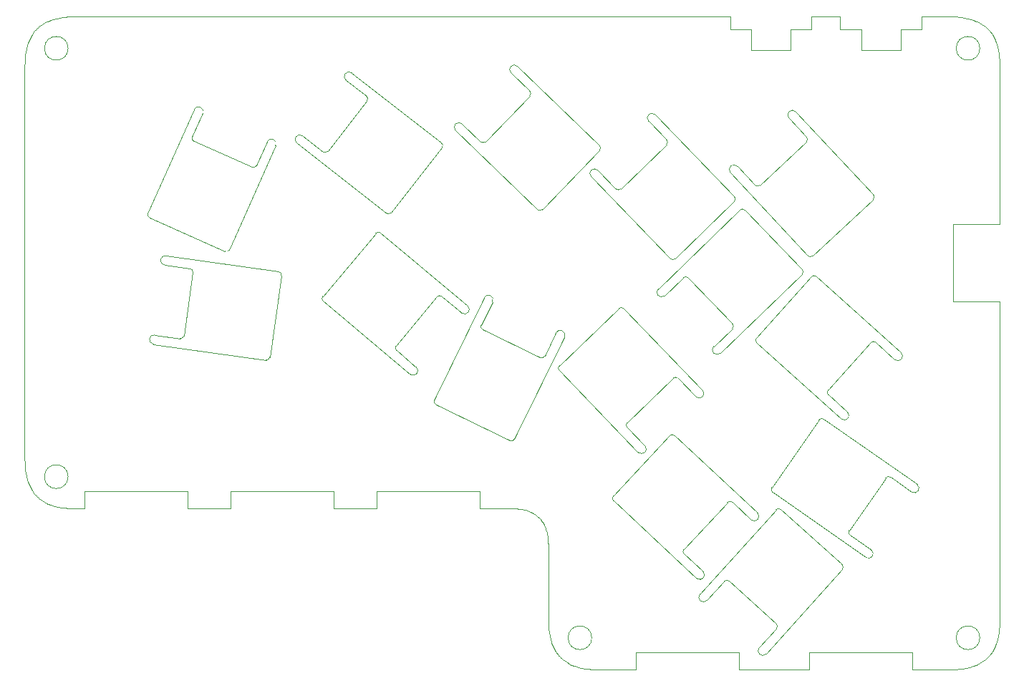
<source format=gm1>
G04 #@! TF.GenerationSoftware,KiCad,Pcbnew,(6.0.11-0)*
G04 #@! TF.CreationDate,2023-02-16T18:45:01+08:00*
G04 #@! TF.ProjectId,Left,4c656674-2e6b-4696-9361-645f70636258,rev?*
G04 #@! TF.SameCoordinates,Original*
G04 #@! TF.FileFunction,Profile,NP*
%FSLAX46Y46*%
G04 Gerber Fmt 4.6, Leading zero omitted, Abs format (unit mm)*
G04 Created by KiCad (PCBNEW (6.0.11-0)) date 2023-02-16 18:45:01*
%MOMM*%
%LPD*%
G01*
G04 APERTURE LIST*
G04 #@! TA.AperFunction,Profile*
%ADD10C,0.030000*%
G04 #@! TD*
G04 #@! TA.AperFunction,Profile*
%ADD11C,0.038100*%
G04 #@! TD*
G04 #@! TA.AperFunction,Profile*
%ADD12C,0.000100*%
G04 #@! TD*
G04 #@! TA.AperFunction,Profile*
%ADD13C,0.010000*%
G04 #@! TD*
G04 APERTURE END LIST*
D10*
X157415188Y-142836031D02*
X157352505Y-142773532D01*
D11*
X154722416Y-126173440D02*
X154812500Y-126263524D01*
X155625731Y-127593169D02*
X155702500Y-127843169D01*
D10*
X96609992Y-124543535D02*
X96134355Y-124276944D01*
D11*
X179925952Y-68513525D02*
X179925953Y-68763525D01*
D10*
X209204953Y-139736878D02*
X209095633Y-140335086D01*
D12*
X206949957Y-140463525D02*
G75*
G03*
X206949957Y-140463525I-1400000J0D01*
G01*
D10*
X95314990Y-123598159D02*
X95377505Y-123660846D01*
X94886582Y-123029182D02*
X95196890Y-123465877D01*
X94022162Y-119945704D02*
X94069718Y-120478701D01*
D11*
X200065951Y-67013522D02*
X200065951Y-68513522D01*
D10*
X159220537Y-143864229D02*
X159130388Y-143833749D01*
X207165599Y-67900108D02*
X207602292Y-68210411D01*
X94619998Y-69623527D02*
X94886581Y-69147876D01*
D11*
X177425952Y-67013525D02*
X177425952Y-68513525D01*
X155912500Y-129443524D02*
X155912500Y-129563524D01*
D10*
X208679956Y-141603521D02*
X208413370Y-142079174D01*
X94094991Y-120686885D02*
X94204318Y-121285094D01*
X159130388Y-143833749D02*
X159040251Y-143803262D01*
X204719208Y-67095878D02*
X204823300Y-67108518D01*
X161130331Y-144191364D02*
X160597329Y-144143817D01*
X209204955Y-71490173D02*
X209095632Y-70891964D01*
X101078001Y-125163524D02*
X101078001Y-123163524D01*
D11*
X155415803Y-127095254D02*
X155472912Y-127215681D01*
D10*
X155912509Y-138213521D02*
X155934664Y-138995702D01*
D11*
X118356002Y-123163524D02*
X130556002Y-123163524D01*
D10*
X96777879Y-124617815D02*
X96609992Y-124543535D01*
X94094995Y-71490177D02*
X94204317Y-70891965D01*
D11*
X154812500Y-126263524D02*
X154902584Y-126353608D01*
X153980770Y-125660221D02*
X154132500Y-125743524D01*
D10*
X130556002Y-125163524D02*
X130556002Y-123163524D01*
D11*
X155577876Y-127464638D02*
X155625731Y-127593169D01*
D10*
X158690377Y-143667809D02*
X158522505Y-143593526D01*
D11*
X152016059Y-125176185D02*
X152176061Y-125188866D01*
X190425951Y-68513522D02*
X192925951Y-68513522D01*
D10*
X209230235Y-71698357D02*
X209217595Y-71594265D01*
D12*
X99150000Y-70763524D02*
G75*
G03*
X99150000Y-70763524I-1400000J0D01*
G01*
D10*
X204615116Y-144143805D02*
X204719204Y-144131172D01*
X97308025Y-67362824D02*
X97217885Y-67393302D01*
D11*
X101078001Y-123163524D02*
X113278001Y-123163524D01*
D10*
X208950661Y-140905495D02*
X208920170Y-140995634D01*
X204082118Y-144191361D02*
X204615116Y-144143805D01*
X98476647Y-125068535D02*
X97878441Y-124959216D01*
X98580747Y-125081177D02*
X98476647Y-125068535D01*
D11*
X113278001Y-125163524D02*
X118356001Y-125163524D01*
X155332500Y-126943524D02*
X155252500Y-126813524D01*
D10*
X207797260Y-68391021D02*
X207859949Y-68453524D01*
X207984956Y-68578902D02*
X207922452Y-68516213D01*
D11*
X192925951Y-68513522D02*
X192925952Y-68763522D01*
D10*
X97127742Y-67423784D02*
X96777867Y-67559241D01*
X155994857Y-139632789D02*
X156007500Y-139736872D01*
D11*
X152176061Y-125188866D02*
X152488236Y-125222781D01*
X154627728Y-126087959D02*
X154452500Y-125953524D01*
D10*
X147834003Y-125163524D02*
X147834003Y-123163524D01*
D11*
X187065952Y-67013525D02*
X187065952Y-68513525D01*
X154317088Y-125859849D02*
X154452500Y-125953524D01*
D10*
X94069709Y-71698355D02*
X94082351Y-71594267D01*
X158046852Y-143326942D02*
X157610160Y-143016642D01*
X95314991Y-68578905D02*
X95377494Y-68516212D01*
X95502695Y-123786031D02*
X95440002Y-123723527D01*
X207984955Y-142648150D02*
X207922453Y-142710834D01*
D11*
X155853243Y-128587788D02*
X155832007Y-128435617D01*
X166241499Y-142213524D02*
X178441499Y-142213524D01*
D10*
X209277786Y-138995694D02*
X209230238Y-139528688D01*
X207668433Y-142957586D02*
X207734568Y-142898530D01*
X208103062Y-68711181D02*
X208044009Y-68645041D01*
X97217885Y-67393302D02*
X97127742Y-67423784D01*
D11*
X153232855Y-125373524D02*
X153482855Y-125450293D01*
D10*
X205991919Y-67362820D02*
X206082062Y-67393301D01*
X95631520Y-123907595D02*
X95565379Y-123848537D01*
X94349293Y-121855500D02*
X94379775Y-121945645D01*
X205421507Y-144009210D02*
X205991922Y-143864227D01*
X209230238Y-139528688D02*
X209217593Y-139632780D01*
X157610160Y-143016642D02*
X157544017Y-142957588D01*
X94082351Y-71594267D02*
X94094995Y-71490177D01*
X94204318Y-121285094D02*
X94349293Y-121855500D01*
X95565379Y-68328516D02*
X95502685Y-68391025D01*
D11*
X203299950Y-144213524D02*
X198970499Y-144213524D01*
X209299950Y-91516524D02*
X203802725Y-91516524D01*
D10*
X208413365Y-69147874D02*
X208103062Y-68711181D01*
D11*
X130556002Y-125163524D02*
X135634002Y-125163524D01*
X152852500Y-125283524D02*
X152640407Y-125244017D01*
D10*
X98476650Y-67108520D02*
X97878439Y-67217846D01*
X95196890Y-123465877D02*
X95255941Y-123532012D01*
D11*
X155832007Y-128435617D02*
X155792500Y-128223524D01*
D10*
X209095632Y-70891964D02*
X208950653Y-70321554D01*
X207734571Y-68328517D02*
X207797260Y-68391021D01*
X94379775Y-121945645D02*
X94410263Y-122035784D01*
X206172199Y-143803261D02*
X206522077Y-143667812D01*
X166241499Y-144213524D02*
X166241499Y-142213524D01*
X159790943Y-144009204D02*
X159220537Y-143864229D01*
X204823302Y-144118527D02*
X205421507Y-144009210D01*
X208889695Y-141085777D02*
X208754240Y-141435655D01*
D11*
X153860343Y-125603112D02*
X153980770Y-125660221D01*
D10*
X96134349Y-67900110D02*
X95697656Y-68210415D01*
D11*
X153611386Y-125498148D02*
X153860343Y-125603112D01*
D10*
X206082059Y-143833751D02*
X206172199Y-143803261D01*
X157477885Y-142898533D02*
X157415188Y-142836031D01*
X94410260Y-70141271D02*
X94545711Y-69791398D01*
D11*
X151962500Y-125173524D02*
X151632500Y-125163524D01*
D10*
X155982220Y-139528691D02*
X155994857Y-139632789D01*
D11*
X209299950Y-100660524D02*
X203802725Y-100660524D01*
D10*
X98684836Y-125093818D02*
X98580747Y-125081177D01*
X97127740Y-124753278D02*
X96777879Y-124617815D01*
D11*
X177425952Y-68513525D02*
X179925952Y-68513525D01*
D10*
X156322761Y-141085781D02*
X156458220Y-141435657D01*
X209095633Y-140335086D02*
X208950661Y-140905495D01*
D11*
X184565952Y-68513525D02*
X187065952Y-68513525D01*
D10*
X209217593Y-139632780D02*
X209204953Y-139736878D01*
X95255937Y-68645042D02*
X95314991Y-68578905D01*
D11*
X197565951Y-68513522D02*
X197565952Y-68763522D01*
X154722500Y-126173524D02*
X154627728Y-126087959D01*
X94000000Y-73013524D02*
X94000000Y-119163524D01*
D10*
X206172205Y-67423782D02*
X206522079Y-67559237D01*
X97878439Y-67217846D02*
X97308025Y-67362824D01*
X97878441Y-124959216D02*
X97308033Y-124814237D01*
D11*
X151962500Y-125173524D02*
X152016059Y-125176185D01*
X155887158Y-128899963D02*
X155899839Y-129059965D01*
D10*
X156007500Y-139736872D02*
X156116825Y-140335083D01*
D11*
X153482855Y-125450293D02*
X153611386Y-125498148D01*
D10*
X198970499Y-144213524D02*
X198970499Y-142213524D01*
X97217893Y-124783756D02*
X97127740Y-124753278D01*
X95377505Y-123660846D02*
X95440002Y-123723527D01*
X208920170Y-140995634D02*
X208889695Y-141085777D01*
D11*
X155742174Y-128002592D02*
X155792500Y-128223524D01*
X155332500Y-126943524D02*
X155415803Y-127095254D01*
D10*
X156292280Y-140995640D02*
X156322761Y-141085781D01*
X208754240Y-141435655D02*
X208679956Y-141603521D01*
X207165600Y-143326941D02*
X207602291Y-143016633D01*
X205991922Y-143864227D02*
X206082059Y-143833751D01*
X160597329Y-144143817D02*
X160493246Y-144131175D01*
X94545711Y-69791398D02*
X94619998Y-69623527D01*
X156799088Y-142079174D02*
X157109393Y-142515865D01*
X207668432Y-68269464D02*
X207734571Y-68328517D01*
X209299949Y-73013524D02*
X209277789Y-72231351D01*
D11*
X190425951Y-67013522D02*
X190425951Y-68513522D01*
X209299950Y-138213524D02*
X209299950Y-100660524D01*
D10*
X207922452Y-68516213D02*
X207859949Y-68453524D01*
D12*
X161062500Y-140463526D02*
G75*
G03*
X161062500Y-140463526I-1400000J0D01*
G01*
D10*
X98580738Y-67095880D02*
X98476650Y-67108520D01*
D11*
X155216175Y-126758936D02*
X155252500Y-126813524D01*
D10*
X209299950Y-138213524D02*
X209277786Y-138995694D01*
X94082354Y-120582786D02*
X94094991Y-120686885D01*
X157227493Y-142648141D02*
X157290003Y-142710842D01*
X94886581Y-69147876D02*
X95196884Y-68711182D01*
X206689949Y-67633524D02*
X207165599Y-67900108D01*
X209217595Y-71594265D02*
X209204955Y-71490173D01*
X178441499Y-144213524D02*
X178441499Y-142213524D01*
X155934664Y-138995702D02*
X155982220Y-139528691D01*
X94204317Y-70891965D02*
X94349295Y-70321557D01*
X157109393Y-142515865D02*
X157168442Y-142582013D01*
X135634003Y-125163524D02*
X135634003Y-123163524D01*
D11*
X155472912Y-127215681D02*
X155577876Y-127464638D01*
D10*
X156261802Y-140905503D02*
X156292280Y-140995640D01*
D11*
X184565952Y-68513525D02*
X184565953Y-68763525D01*
D10*
X97308033Y-124814237D02*
X97217893Y-124783756D01*
X157544017Y-142957588D02*
X157477885Y-142898533D01*
X160493246Y-144131175D02*
X160389156Y-144118527D01*
X206522077Y-143667812D02*
X206689953Y-143593528D01*
X207602291Y-143016633D02*
X207668433Y-142957586D01*
X95631513Y-68269464D02*
X95565379Y-68328516D01*
X99217824Y-67035686D02*
X98684832Y-67083241D01*
D11*
X203802725Y-100660524D02*
X203802725Y-91516524D01*
D10*
X94620005Y-122553533D02*
X94886582Y-123029182D01*
D11*
X155899839Y-129059965D02*
X155902500Y-129113524D01*
X209299949Y-73013524D02*
X209299950Y-91516524D01*
X154262500Y-125823524D02*
X154317088Y-125859849D01*
D10*
X94379775Y-70231412D02*
X94410260Y-70141271D01*
D11*
X100000000Y-125163524D02*
X101078000Y-125163524D01*
X177425952Y-67013525D02*
X100000000Y-67013524D01*
D10*
X94410263Y-122035784D02*
X94545715Y-122385660D01*
X208679949Y-69623524D02*
X208413365Y-69147874D01*
X96777867Y-67559241D02*
X96610001Y-67633526D01*
X113278001Y-125163524D02*
X113278001Y-123163524D01*
X204615116Y-67083238D02*
X204719208Y-67095878D01*
X205421509Y-67217841D02*
X205991919Y-67362820D01*
X157168442Y-142582013D02*
X157227493Y-142648141D01*
X95502685Y-68391025D02*
X95439996Y-68453527D01*
X204719204Y-144131172D02*
X204823302Y-144118527D01*
D11*
X155742174Y-128002592D02*
X155702500Y-127843524D01*
X151512500Y-125163524D02*
X147834003Y-125163524D01*
D10*
X96134355Y-124276944D02*
X95697655Y-123966641D01*
X118356002Y-125163524D02*
X118356002Y-123163524D01*
X203299949Y-67013524D02*
X204082122Y-67035684D01*
X203299945Y-144213526D02*
X204082118Y-144191361D01*
D11*
X155912500Y-129443524D02*
X155902500Y-129113524D01*
D10*
X208889691Y-70141268D02*
X208754236Y-69791394D01*
D11*
X186770499Y-142213524D02*
X198970499Y-142213524D01*
D10*
X204823300Y-67108518D02*
X205421509Y-67217841D01*
D11*
X197565951Y-68513522D02*
X200065951Y-68513522D01*
X166241499Y-144213524D02*
X161912500Y-144213524D01*
D10*
X156532504Y-141603519D02*
X156799088Y-142079174D01*
D11*
X155122500Y-126623524D02*
X154988065Y-126448296D01*
D10*
X156116825Y-140335083D02*
X156261802Y-140905503D01*
X160389156Y-144118527D02*
X159790943Y-144009204D01*
X206082062Y-67393301D02*
X206172205Y-67423782D01*
X207602292Y-68210411D02*
X207668432Y-68269464D01*
X208044009Y-68645041D02*
X207984956Y-68578902D01*
X206522079Y-67559237D02*
X206689949Y-67633524D01*
D11*
X151512500Y-125163524D02*
X151632500Y-125163524D01*
D10*
X208754236Y-69791394D02*
X208679949Y-69623524D01*
X161912500Y-144213524D02*
X161130331Y-144191364D01*
X159040251Y-143803262D02*
X158690377Y-143667809D01*
X95377494Y-68516212D02*
X95439996Y-68453527D01*
X158522505Y-143593526D02*
X158046852Y-143326942D01*
X95697655Y-123966641D02*
X95631520Y-123907595D01*
D11*
X152852500Y-125283524D02*
X153073432Y-125333850D01*
X135634003Y-123163524D02*
X147834003Y-123163524D01*
D10*
X203299949Y-67013524D02*
X200065951Y-67013522D01*
X190425951Y-67013522D02*
X187065952Y-67013525D01*
X208103066Y-142515868D02*
X208044004Y-142582006D01*
X209277789Y-72231351D02*
X209230235Y-71698357D01*
X95697656Y-68210415D02*
X95631513Y-68269464D01*
X95565379Y-123848537D02*
X95502695Y-123786031D01*
D11*
X154262500Y-125823524D02*
X154132500Y-125743524D01*
D10*
X204082122Y-67035684D02*
X204615116Y-67083238D01*
X207734568Y-142898530D02*
X207797258Y-142836028D01*
X186770499Y-144213524D02*
X186770499Y-142213524D01*
X208950653Y-70321554D02*
X208920172Y-70231411D01*
D11*
X155122500Y-126623524D02*
X155216175Y-126758936D01*
X155853243Y-128587788D02*
X155887158Y-128899963D01*
D10*
X94545715Y-122385660D02*
X94620005Y-122553533D01*
X94000000Y-73013524D02*
X94022159Y-72231353D01*
X100000000Y-125163524D02*
X99217835Y-125141376D01*
X94349295Y-70321557D02*
X94379775Y-70231412D01*
X98684832Y-67083241D02*
X98580738Y-67095880D01*
X157290003Y-142710842D02*
X157352505Y-142773532D01*
X94022159Y-72231353D02*
X94069709Y-71698355D01*
X156458220Y-141435657D02*
X156532504Y-141603519D01*
X208044004Y-142582006D02*
X207984955Y-142648150D01*
X207797258Y-142836028D02*
X207859952Y-142773524D01*
X206689953Y-143593528D02*
X207165600Y-143326941D01*
D11*
X153232500Y-125373524D02*
X153073432Y-125333850D01*
D10*
X207922453Y-142710834D02*
X207859952Y-142773524D01*
X95196884Y-68711182D02*
X95255937Y-68645042D01*
D11*
X152640407Y-125244017D02*
X152488236Y-125222781D01*
D10*
X94069718Y-120478701D02*
X94082354Y-120582786D01*
X100000002Y-67013527D02*
X99217824Y-67035686D01*
X96610001Y-67633526D02*
X96134349Y-67900110D01*
X208920172Y-70231411D02*
X208889691Y-70141268D01*
X99217835Y-125141376D02*
X98684836Y-125093818D01*
D12*
X206949950Y-70763514D02*
G75*
G03*
X206949950Y-70763514I-1400000J0D01*
G01*
D10*
X94000000Y-119163529D02*
X94022162Y-119945704D01*
D11*
X155912500Y-138213524D02*
X155912500Y-129563524D01*
X154988065Y-126448296D02*
X154902500Y-126353524D01*
X178441499Y-144213524D02*
X186770499Y-144213524D01*
D10*
X208413370Y-142079174D02*
X208103066Y-142515868D01*
D12*
X99150000Y-121413526D02*
G75*
G03*
X99150000Y-121413526I-1400000J0D01*
G01*
D10*
X95255941Y-123532012D02*
X95314990Y-123598159D01*
D13*
X160991046Y-85949626D02*
X170334201Y-95624746D01*
X170899801Y-95634619D02*
X177913364Y-88861700D01*
X163901027Y-87379487D02*
X161782320Y-85185502D01*
X167788807Y-79385104D02*
X169907514Y-81579092D01*
X177923236Y-88296100D02*
X168580081Y-78620980D01*
X164466626Y-87389359D02*
X169897641Y-82144691D01*
X168580081Y-78620980D02*
G75*
G03*
X167788807Y-79385104I-395637J-382062D01*
G01*
X169897640Y-82144690D02*
G75*
G03*
X169907514Y-81579092I-277860J287736D01*
G01*
X163901028Y-87379486D02*
G75*
G03*
X164466626Y-87389359I287736J277861D01*
G01*
X170334200Y-95624747D02*
G75*
G03*
X170899801Y-95634619I287737J277864D01*
G01*
X177913364Y-88861700D02*
G75*
G03*
X177923236Y-88296100I-277862J287736D01*
G01*
X161782320Y-85185502D02*
G75*
G03*
X160991046Y-85949626I-395637J-382062D01*
G01*
X180911335Y-86956676D02*
X186433055Y-81807591D01*
X177461412Y-85456505D02*
X186634290Y-95293212D01*
X184372704Y-79011620D02*
X186452798Y-81242251D01*
X194350071Y-88098130D02*
X185177193Y-78261422D01*
X180345994Y-86936934D02*
X178265901Y-84706307D01*
X187199630Y-95312954D02*
X194330329Y-88663470D01*
X180345996Y-86936933D02*
G75*
G03*
X180911335Y-86956676I292541J272797D01*
G01*
X186433054Y-81807590D02*
G75*
G03*
X186452798Y-81242251I-272796J292541D01*
G01*
X186634290Y-95293212D02*
G75*
G03*
X187199630Y-95312954I292541J272799D01*
G01*
X185177193Y-78261422D02*
G75*
G03*
X184372704Y-79011620I-402244J-375099D01*
G01*
X178265901Y-84706307D02*
G75*
G03*
X177461412Y-85456505I-402245J-375099D01*
G01*
X194330329Y-88663470D02*
G75*
G03*
X194350071Y-88098130I-272802J292541D01*
G01*
X184566000Y-71013500D02*
X179926000Y-71013500D01*
X184566000Y-71013500D02*
X184566000Y-68763500D01*
X179926000Y-71013500D02*
X179926000Y-68763500D01*
X180564803Y-105582455D02*
X190560101Y-114582262D01*
X187059221Y-97771883D02*
X180535197Y-105017545D01*
X191296144Y-113764802D02*
X189029554Y-111723953D01*
X194051885Y-105548302D02*
X188999948Y-111159042D01*
X197619429Y-106742084D02*
X187624131Y-97742277D01*
X194616795Y-105518696D02*
X196883385Y-107559543D01*
X188999950Y-111159044D02*
G75*
G03*
X189029554Y-111723953I297255J-267652D01*
G01*
X194616793Y-105518698D02*
G75*
G03*
X194051885Y-105548302I-267652J-297255D01*
G01*
X187624130Y-97742278D02*
G75*
G03*
X187059221Y-97771883I-267652J-297257D01*
G01*
X190560101Y-114582262D02*
G75*
G03*
X191296144Y-113764802I368022J408730D01*
G01*
X180535197Y-105017545D02*
G75*
G03*
X180564803Y-105582455I297261J-267652D01*
G01*
X196883385Y-107559543D02*
G75*
G03*
X197619429Y-106742084I368022J408730D01*
G01*
X182883198Y-138798685D02*
X177272458Y-133746748D01*
X190659617Y-131806021D02*
X183413955Y-125281997D01*
X182912804Y-139363595D02*
X180871957Y-141630185D01*
X181689416Y-142366229D02*
X190689223Y-132370931D01*
X182849045Y-125311603D02*
X173849238Y-135306901D01*
X174666698Y-136042944D02*
X176707547Y-133776354D01*
X183413955Y-125281997D02*
G75*
G03*
X182849045Y-125311603I-267652J-297261D01*
G01*
X190689222Y-132370930D02*
G75*
G03*
X190659617Y-131806021I-297257J267652D01*
G01*
X173849238Y-135306901D02*
G75*
G03*
X174666698Y-136042944I408730J-368022D01*
G01*
X180871957Y-141630185D02*
G75*
G03*
X181689416Y-142366229I408730J-368022D01*
G01*
X182912802Y-139363593D02*
G75*
G03*
X182883198Y-138798685I-297255J267652D01*
G01*
X177272456Y-133746750D02*
G75*
G03*
X176707547Y-133776354I-267652J-297255D01*
G01*
X112408805Y-105073644D02*
X109388490Y-104649167D01*
X110550585Y-96380428D02*
X113570902Y-96804908D01*
X109235399Y-105738462D02*
X122554505Y-107610340D01*
X112860582Y-104733207D02*
X113911340Y-97256685D01*
X123006281Y-107269902D02*
X124363219Y-97614788D01*
X124022781Y-97163012D02*
X110703675Y-95291134D01*
X124363220Y-97614788D02*
G75*
G03*
X124022781Y-97163012I-396110J55667D01*
G01*
X113911339Y-97256685D02*
G75*
G03*
X113570902Y-96804908I-396106J55671D01*
G01*
X109388490Y-104649166D02*
G75*
G03*
X109235399Y-105738462I-76546J-544648D01*
G01*
X112408805Y-105073643D02*
G75*
G03*
X112860582Y-104733207I55672J396105D01*
G01*
X122554505Y-107610340D02*
G75*
G03*
X123006281Y-107269902I55669J396107D01*
G01*
X110703675Y-95291134D02*
G75*
G03*
X110550585Y-96380428I-76545J-544647D01*
G01*
X143335458Y-100096439D02*
X145671892Y-102056940D01*
X142771925Y-100145742D02*
X137918878Y-105929374D01*
X140304615Y-108453411D02*
X137968181Y-106492907D01*
X129294251Y-100650566D02*
X139597549Y-109296060D01*
X135512128Y-92618100D02*
X129244949Y-100087034D01*
X146378958Y-101214291D02*
X136075661Y-92568798D01*
X145671892Y-102056940D02*
G75*
G03*
X146378958Y-101214291I353533J421325D01*
G01*
X139597549Y-109296060D02*
G75*
G03*
X140304615Y-108453411I353533J421325D01*
G01*
X129244948Y-100087033D02*
G75*
G03*
X129294251Y-100650566I306421J-257115D01*
G01*
X143335456Y-100096441D02*
G75*
G03*
X142771925Y-100145742I-257115J-306414D01*
G01*
X137918880Y-105929376D02*
G75*
G03*
X137968181Y-106492907I306415J-257115D01*
G01*
X136075661Y-92568798D02*
G75*
G03*
X135512128Y-92618100I-257115J-306417D01*
G01*
X185934619Y-96900199D02*
X179161700Y-89886636D01*
X177679487Y-103898973D02*
X175485502Y-106017680D01*
X178596100Y-89876764D02*
X168920980Y-99219919D01*
X176249626Y-106808954D02*
X185924746Y-97465799D01*
X169685104Y-100011193D02*
X171879092Y-97892486D01*
X177689359Y-103333374D02*
X172444691Y-97902359D01*
X185924747Y-97465800D02*
G75*
G03*
X185934619Y-96900199I-277864J287737D01*
G01*
X168920980Y-99219919D02*
G75*
G03*
X169685104Y-100011193I382062J-395637D01*
G01*
X172444690Y-97902360D02*
G75*
G03*
X171879092Y-97892486I-287736J-277860D01*
G01*
X179161700Y-89886636D02*
G75*
G03*
X178596100Y-89876764I-287736J-277862D01*
G01*
X177679486Y-103898972D02*
G75*
G03*
X177689359Y-103333374I-277861J287736D01*
G01*
X175485502Y-106017680D02*
G75*
G03*
X176249626Y-106808954I382062J-395637D01*
G01*
X118216156Y-94563538D02*
X123686764Y-82276352D01*
X113813214Y-81219002D02*
X115053760Y-78432691D01*
X114015937Y-81747115D02*
X120913203Y-84817978D01*
X122681864Y-81828942D02*
X121441316Y-84615254D01*
X108780975Y-90800579D02*
X117688044Y-94766262D01*
X114048860Y-77985280D02*
X108578252Y-90272467D01*
X115053760Y-78432691D02*
G75*
G03*
X114048860Y-77985280I-502450J223706D01*
G01*
X123686764Y-82276352D02*
G75*
G03*
X122681864Y-81828942I-502450J223705D01*
G01*
X113813216Y-81219003D02*
G75*
G03*
X114015937Y-81747115I365415J-162696D01*
G01*
X108578252Y-90272467D02*
G75*
G03*
X108780975Y-90800579I365418J-162694D01*
G01*
X120913204Y-84817977D02*
G75*
G03*
X121441316Y-84615254I162695J365416D01*
G01*
X117688044Y-94766262D02*
G75*
G03*
X118216156Y-94563538I162693J365421D01*
G01*
X151923533Y-116978515D02*
X157819625Y-104889735D01*
X142625425Y-112888566D02*
X151388667Y-117162685D01*
X156830952Y-104407527D02*
X155493918Y-107148848D01*
X148173159Y-104023314D02*
X154959052Y-107333017D01*
X148337348Y-100264920D02*
X142441256Y-112353700D01*
X147988990Y-103488448D02*
X149326021Y-100747128D01*
X151388667Y-117162685D02*
G75*
G03*
X151923533Y-116978515I175347J359521D01*
G01*
X154959053Y-107333016D02*
G75*
G03*
X155493918Y-107148848I175349J359515D01*
G01*
X147988992Y-103488449D02*
G75*
G03*
X148173159Y-104023314I359515J-175349D01*
G01*
X142441255Y-112353700D02*
G75*
G03*
X142625425Y-112888566I359518J-175348D01*
G01*
X157819624Y-104889734D02*
G75*
G03*
X156830952Y-104407527I-494336J241103D01*
G01*
X149326020Y-100747127D02*
G75*
G03*
X148337348Y-100264920I-494336J241103D01*
G01*
X199514242Y-122322695D02*
X188496647Y-114608092D01*
X196384895Y-121474355D02*
X198883307Y-123223762D01*
X194093944Y-130063682D02*
X191595532Y-128314272D01*
X182445415Y-123250146D02*
X193463010Y-130964749D01*
X187939555Y-114706322D02*
X182347185Y-122693054D01*
X195827804Y-121572585D02*
X191497301Y-127757180D01*
X196384894Y-121474357D02*
G75*
G03*
X195827804Y-121572585I-229431J-327658D01*
G01*
X182347185Y-122693054D02*
G75*
G03*
X182445415Y-123250146I327663J-229430D01*
G01*
X188496647Y-114608092D02*
G75*
G03*
X187939555Y-114706322I-229431J-327660D01*
G01*
X193463011Y-130964748D02*
G75*
G03*
X194093944Y-130063682I315466J450533D01*
G01*
X191497303Y-127757182D02*
G75*
G03*
X191595532Y-128314272I327658J-229431D01*
G01*
X198883307Y-123223762D02*
G75*
G03*
X199514242Y-122322695I315467J450534D01*
G01*
X132014558Y-74530431D02*
X134417989Y-76408200D01*
X126196557Y-81977132D02*
X136795302Y-90257779D01*
X129838685Y-82919147D02*
X134486929Y-76969669D01*
X137356770Y-90188839D02*
X143359470Y-82505734D01*
X129277216Y-82988087D02*
X126873785Y-81110320D01*
X143290530Y-81944266D02*
X132691786Y-73663619D01*
X134486926Y-76969667D02*
G75*
G03*
X134417989Y-76408200I-315200J246265D01*
G01*
X126873785Y-81110320D02*
G75*
G03*
X126196557Y-81977132I-338614J-433406D01*
G01*
X143359469Y-82505734D02*
G75*
G03*
X143290530Y-81944266I-315206J246264D01*
G01*
X132691786Y-73663619D02*
G75*
G03*
X132014558Y-74530431I-338614J-433406D01*
G01*
X136795302Y-90257779D02*
G75*
G03*
X137356770Y-90188839I246264J315204D01*
G01*
X129277217Y-82988086D02*
G75*
G03*
X129838685Y-82919147I246265J315202D01*
G01*
X180654261Y-125711467D02*
X170817554Y-116538589D01*
X174209377Y-132622759D02*
X171978749Y-130542663D01*
X177673436Y-124435862D02*
X179904063Y-126515956D01*
X163622471Y-124254370D02*
X173459178Y-133427248D01*
X170252213Y-116558331D02*
X163602729Y-123689030D01*
X177108095Y-124455604D02*
X171959007Y-129977322D01*
X163602729Y-123689030D02*
G75*
G03*
X163622471Y-124254370I292544J-272799D01*
G01*
X177673435Y-124435863D02*
G75*
G03*
X177108095Y-124455604I-272800J-292539D01*
G01*
X170817553Y-116538590D02*
G75*
G03*
X170252213Y-116558331I-272799J-292540D01*
G01*
X171959008Y-129977323D02*
G75*
G03*
X171978749Y-130542663I292539J-272800D01*
G01*
X173459177Y-133427249D02*
G75*
G03*
X174209377Y-132622759I375100J402245D01*
G01*
X179904063Y-126515956D02*
G75*
G03*
X180654261Y-125711467I375099J402245D01*
G01*
X197566000Y-71013500D02*
X197566000Y-68763500D01*
X192926000Y-71013500D02*
X192926000Y-68763500D01*
X197566000Y-71013500D02*
X192926000Y-71013500D01*
X174158954Y-111200374D02*
X164815799Y-101525254D01*
X170683374Y-109760641D02*
X165252359Y-115005309D01*
X167361193Y-117764896D02*
X165242486Y-115570908D01*
X164250199Y-101515381D02*
X157236636Y-108288300D01*
X157226764Y-108853900D02*
X166569919Y-118529020D01*
X171248973Y-109770513D02*
X173367680Y-111964498D01*
X171248972Y-109770514D02*
G75*
G03*
X170683374Y-109760641I-287736J-277861D01*
G01*
X166569919Y-118529020D02*
G75*
G03*
X167361193Y-117764896I395637J382062D01*
G01*
X157236636Y-108288300D02*
G75*
G03*
X157226764Y-108853900I277862J-287736D01*
G01*
X164815800Y-101525253D02*
G75*
G03*
X164250199Y-101515381I-287737J-277864D01*
G01*
X165252360Y-115005310D02*
G75*
G03*
X165242486Y-115570908I277860J-287736D01*
G01*
X173367680Y-111964498D02*
G75*
G03*
X174158954Y-111200374I395637J382062D01*
G01*
X161970064Y-82242200D02*
X152294943Y-72899045D01*
X151530819Y-73690319D02*
X153724804Y-75809029D01*
X147924407Y-81815513D02*
X145730422Y-79696806D01*
X144966298Y-80488080D02*
X154641418Y-89831235D01*
X148490006Y-81805640D02*
X153734677Y-76374628D01*
X155207017Y-89821363D02*
X161979936Y-82807800D01*
X154641417Y-89831236D02*
G75*
G03*
X155207017Y-89821363I277864J287737D01*
G01*
X145730422Y-79696806D02*
G75*
G03*
X144966298Y-80488080I-382062J-395637D01*
G01*
X153734675Y-76374626D02*
G75*
G03*
X153724804Y-75809029I-287733J277863D01*
G01*
X147924409Y-81815511D02*
G75*
G03*
X148490006Y-81805640I277863J287732D01*
G01*
X161979936Y-82807800D02*
G75*
G03*
X161970064Y-82242200I-287734J277864D01*
G01*
X152294943Y-72899045D02*
G75*
G03*
X151530819Y-73690319I-382062J-395637D01*
G01*
M02*

</source>
